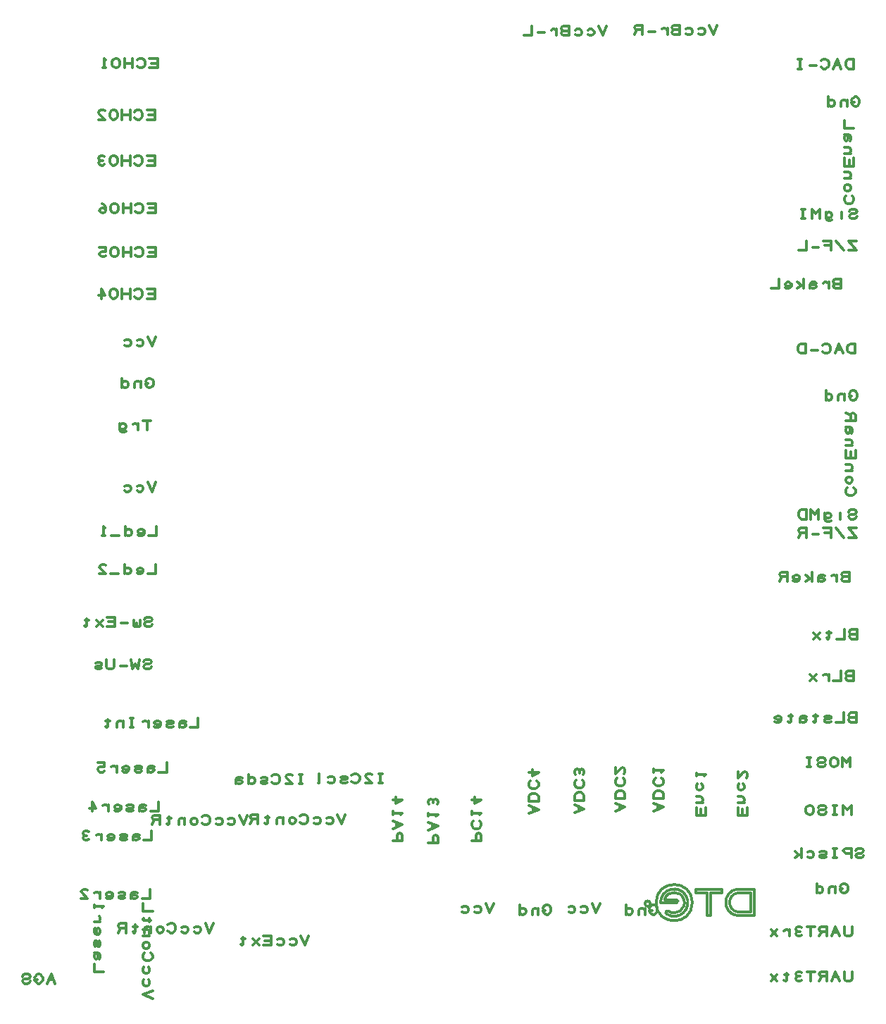
<source format=gbr>
G04 DesignSpark PCB Gerber Version 9.0 Build 5138 *
G04 #@! TF.Part,Single*
G04 #@! TF.FileFunction,Legend,Bot *
G04 #@! TF.FilePolarity,Positive *
%FSLAX35Y35*%
%MOIN*%
%ADD10C,0.01181*%
X0Y0D02*
D02*
D10*
X36864Y15137D02*
X35019Y19566D01*
X33173Y15137*
X36126Y16982D02*
X33911D01*
X28375D02*
X27268D01*
Y16613*
X27637Y15875*
X28006Y15506*
X28744Y15137*
X29482*
X30220Y15506*
X30589Y15875*
X30959Y16613*
Y18090*
X30589Y18828*
X30220Y19197*
X29482Y19566*
X28744*
X28006Y19197*
X27637Y18828*
X27268Y18090*
X25053Y16244D02*
X24684Y15506D01*
X23946Y15137*
X22469*
X21731Y15506*
X21362Y16244*
X21731Y16982*
X22469Y17352*
X23946*
X24684Y17720*
X25053Y18459*
X24684Y19197*
X23946Y19566*
X22469*
X21731Y19197*
X21362Y18459*
X59724Y20722D02*
X55294D01*
Y24413*
X57878Y26628D02*
X58247Y27366D01*
Y28474*
X57878Y29212*
X57140Y29581*
X56033*
X55663Y29212*
X55294Y28474*
Y27735*
X55663Y26997*
X56033Y26628*
X56402*
X56771Y26997*
X57140Y27735*
Y28474*
X56771Y29212*
X56402Y29581*
X56033D02*
X55294D01*
X55663Y32533D02*
X55294Y33272D01*
Y34748*
X55663Y35486*
X56402*
X56771Y34748*
Y33272*
X57140Y32533*
X57878*
X58247Y33272*
Y34748*
X57878Y35486*
X55663Y41392D02*
X55294Y41023D01*
Y40285*
Y39546*
X55663Y38808*
X56402Y38439*
X57509*
X57878Y38808*
X58247Y39546*
Y40285*
X57878Y41023*
X57509Y41392*
X57140*
X56771Y41023*
X56402Y40285*
Y39546*
X56771Y38808*
X57140Y38439*
X55294Y44344D02*
X58247D01*
X57140D02*
X57878Y44714D01*
X58247Y45452*
Y46190*
X57878Y46928*
X55294Y50988D02*
Y52465D01*
Y51726D02*
X59724D01*
X58985Y50988*
X82952Y8124D02*
X78523Y9970D01*
X82952Y11815*
X81106Y16982D02*
X81476Y16244D01*
Y15137*
X81106Y14399*
X80368Y14030*
X79630*
X78892Y14399*
X78523Y15137*
Y16244*
X78892Y16982*
X81106Y22888D02*
X81476Y22150D01*
Y21043*
X81106Y20304*
X80368Y19935*
X79630*
X78892Y20304*
X78523Y21043*
Y22150*
X78892Y22888*
X79261Y29531D02*
X78892Y29163D01*
X78523Y28424*
Y27317*
X78892Y26579*
X79261Y26210*
X79999Y25841*
X81476*
X82214Y26210*
X82583Y26579*
X82952Y27317*
Y28424*
X82583Y29163*
X82214Y29531*
X79630Y31746D02*
X78892Y32115D01*
X78523Y32854*
Y33592*
X78892Y34330*
X79630Y34699*
X80368*
X81106Y34330*
X81476Y33592*
Y32854*
X81106Y32115*
X80368Y31746*
X79630*
X78523Y37652D02*
X81476D01*
X80368D02*
X81106Y38021D01*
X81476Y38759*
Y39497*
X81106Y40235*
X80368Y40604*
X78523*
X81476Y44172D02*
Y45895D01*
X82214Y45033D02*
X78892D01*
X78523Y45403*
Y45772*
X78892Y46141*
X82952Y49463D02*
X78523D01*
Y53154*
X81746Y59724D02*
Y55294D01*
X78055*
X75841Y57878D02*
X75102Y58247D01*
X73995*
X73257Y57878*
X72888Y57140*
Y56033*
X73257Y55663*
X73995Y55294*
X74733*
X75471Y55663*
X75841Y56033*
Y56402*
X75471Y56771*
X74733Y57140*
X73995*
X73257Y56771*
X72888Y56402*
Y56033D02*
Y55294D01*
X69935Y55663D02*
X69197Y55294D01*
X67720*
X66982Y55663*
Y56402*
X67720Y56771*
X69197*
X69935Y57140*
Y57878*
X69197Y58247*
X67720*
X66982Y57878*
X61077Y55663D02*
X61446Y55294D01*
X62184*
X62922*
X63660Y55663*
X64030Y56402*
Y57509*
X63660Y57878*
X62922Y58247*
X62184*
X61446Y57878*
X61077Y57509*
Y57140*
X61446Y56771*
X62184Y56402*
X62922*
X63660Y56771*
X64030Y57140*
X58124Y55294D02*
Y58247D01*
Y57140D02*
X57755Y57878D01*
X57017Y58247*
X56278*
X55540Y57878*
X49266Y55294D02*
X52219D01*
X49635Y57878*
X49266Y58616*
X49635Y59354*
X50373Y59724*
X51480*
X52219Y59354*
X80294Y276948D02*
Y281377D01*
X82140D02*
X78449D01*
X76234Y276948D02*
Y279901D01*
Y278793D02*
X75865Y279531D01*
X75127Y279901*
X74389*
X73650Y279531*
X67376Y278793D02*
X67745Y279531D01*
X68483Y279901*
X69221*
X69959Y279531*
X70329Y278793*
Y278424*
X69959Y277686*
X69221Y277317*
X68483*
X67745Y277686*
X67376Y278424*
Y279901D02*
Y276948D01*
X67745Y276210*
X68483Y275841*
X69591*
X70329Y276210*
X82533Y87283D02*
Y82854D01*
X78843*
X76628Y85437D02*
X75890Y85806D01*
X74782*
X74044Y85437*
X73675Y84699*
Y83592*
X74044Y83222*
X74782Y82854*
X75520*
X76259Y83222*
X76628Y83592*
Y83961*
X76259Y84330*
X75520Y84699*
X74782*
X74044Y84330*
X73675Y83961*
Y83592D02*
Y82854D01*
X70722Y83222D02*
X69984Y82854D01*
X68508*
X67770Y83222*
Y83961*
X68508Y84330*
X69984*
X70722Y84699*
Y85437*
X69984Y85806*
X68508*
X67770Y85437*
X61864Y83222D02*
X62233Y82854D01*
X62971*
X63709*
X64448Y83222*
X64817Y83961*
Y85068*
X64448Y85437*
X63709Y85806*
X62971*
X62233Y85437*
X61864Y85068*
Y84699*
X62233Y84330*
X62971Y83961*
X63709*
X64448Y84330*
X64817Y84699*
X58911Y82854D02*
Y85806D01*
Y84699D02*
X58542Y85437D01*
X57804Y85806*
X57066*
X56328Y85437*
X52637Y83222D02*
X51898Y82854D01*
X51160*
X50422Y83222*
X50053Y83961*
X50422Y84699*
X51160Y85068*
X51898*
X51160D02*
X50422Y85437D01*
X50053Y86175*
X50422Y86913*
X51160Y87283*
X51898*
X52637Y86913*
X82533Y165063D02*
X82164Y164325D01*
X81426Y163956*
X79950*
X79211Y164325*
X78843Y165063*
X79211Y165801*
X79950Y166170*
X81426*
X82164Y166539*
X82533Y167278*
X82164Y168016*
X81426Y168385*
X79950*
X79211Y168016*
X78843Y167278*
X76628Y168385D02*
X76259Y163956D01*
X74782Y166170*
X73306Y163956*
X72937Y168385*
X70722Y165432D02*
X67770D01*
X64817Y168385D02*
Y165063D01*
X64448Y164325*
X63709Y163956*
X62233*
X61495Y164325*
X61126Y165063*
Y168385*
X58911Y164325D02*
X58173Y163956D01*
X56697*
X55959Y164325*
Y165063*
X56697Y165432*
X58173*
X58911Y165801*
Y166539*
X58173Y166909*
X56697*
X55959Y166539*
X82927Y185142D02*
X82558Y184404D01*
X81820Y184035*
X80343*
X79605Y184404*
X79236Y185142*
X79605Y185880*
X80343Y186249*
X81820*
X82558Y186618*
X82927Y187356*
X82558Y188094*
X81820Y188464*
X80343*
X79605Y188094*
X79236Y187356*
X77022Y186987D02*
Y184404D01*
X76652Y184035*
X75914*
X75545Y184404*
Y185511*
Y184404D02*
X75176Y184035D01*
X74438*
X74069Y184404*
Y186987*
X71116Y185511D02*
X68163D01*
X65211Y184035D02*
Y188464D01*
X61520*
X62258Y186249D02*
X65211D01*
Y184035D02*
X61520D01*
X59305D02*
X56352Y186987D01*
Y184035D02*
X59305Y186987D01*
X52784D02*
X51062D01*
X51923Y187726D02*
Y184404D01*
X51554Y184035*
X51185*
X50816Y184404*
X80737Y298872D02*
X79630D01*
Y298503*
X79999Y297765*
X80368Y297396*
X81106Y297027*
X81844*
X82583Y297396*
X82952Y297765*
X83321Y298503*
Y299980*
X82952Y300718*
X82583Y301087*
X81844Y301456*
X81106*
X80368Y301087*
X79999Y300718*
X79630Y299980*
X77415Y297027D02*
Y299980D01*
Y298872D02*
X77046Y299610D01*
X76308Y299980*
X75570*
X74831Y299610*
X74463Y298872*
Y297027*
X68557Y298872D02*
X68926Y299610D01*
X69664Y299980*
X70402*
X71141Y299610*
X71510Y298872*
Y298134*
X71141Y297396*
X70402Y297027*
X69664*
X68926Y297396*
X68557Y298134*
Y297027D02*
Y301456D01*
X84108Y339153D02*
Y343582D01*
X80417*
X81156Y341367D02*
X84108D01*
Y339153D02*
X80417D01*
X74512Y339891D02*
X74881Y339522D01*
X75619Y339153*
X76726*
X77465Y339522*
X77833Y339891*
X78203Y340629*
Y342106*
X77833Y342844*
X77465Y343213*
X76726Y343582*
X75619*
X74881Y343213*
X74512Y342844*
X72297Y339153D02*
Y343582D01*
Y341367D02*
X68606D01*
Y339153D02*
Y343582D01*
X66392Y340629D02*
Y342106D01*
X66022Y342844*
X65654Y343213*
X64915Y343582*
X64177*
X63439Y343213*
X63070Y342844*
X62701Y342106*
Y340629*
X63070Y339891*
X63439Y339522*
X64177Y339153*
X64915*
X65654Y339522*
X66022Y339891*
X66392Y340629*
X58641Y339153D02*
Y343582D01*
X60486Y340629*
X57533*
X84108Y402145D02*
Y406574D01*
X80417*
X81156Y404359D02*
X84108D01*
Y402145D02*
X80417D01*
X74512Y402883D02*
X74881Y402514D01*
X75619Y402145*
X76726*
X77465Y402514*
X77833Y402883*
X78203Y403621*
Y405098*
X77833Y405836*
X77465Y406205*
X76726Y406574*
X75619*
X74881Y406205*
X74512Y405836*
X72297Y402145D02*
Y406574D01*
Y404359D02*
X68606D01*
Y402145D02*
Y406574D01*
X66392Y403621D02*
Y405098D01*
X66022Y405836*
X65654Y406205*
X64915Y406574*
X64177*
X63439Y406205*
X63070Y405836*
X62701Y405098*
Y403621*
X63070Y402883*
X63439Y402514*
X64177Y402145*
X64915*
X65654Y402514*
X66022Y402883*
X66392Y403621*
X60117Y402514D02*
X59379Y402145D01*
X58641*
X57902Y402514*
X57533Y403252*
X57902Y403990*
X58641Y404359*
X59379*
X58641D02*
X57902Y404728D01*
X57533Y405467*
X57902Y406205*
X58641Y406574*
X59379*
X60117Y406205*
X84108Y423798D02*
Y428228D01*
X80417*
X81156Y426013D02*
X84108D01*
Y423798D02*
X80417D01*
X74512Y424537D02*
X74881Y424167D01*
X75619Y423798*
X76726*
X77465Y424167*
X77833Y424537*
X78203Y425275*
Y426751*
X77833Y427489*
X77465Y427858*
X76726Y428228*
X75619*
X74881Y427858*
X74512Y427489*
X72297Y423798D02*
Y428228D01*
Y426013D02*
X68606D01*
Y423798D02*
Y428228D01*
X66392Y425275D02*
Y426751D01*
X66022Y427489*
X65654Y427858*
X64915Y428228*
X64177*
X63439Y427858*
X63070Y427489*
X62701Y426751*
Y425275*
X63070Y424537*
X63439Y424167*
X64177Y423798*
X64915*
X65654Y424167*
X66022Y424537*
X66392Y425275*
X57533Y423798D02*
X60486D01*
X57902Y426382*
X57533Y427120*
X57902Y427858*
X58641Y428228*
X59748*
X60486Y427858*
X84502Y213267D02*
Y208838D01*
X80811*
X75644Y209207D02*
X76013Y208838D01*
X76751*
X77489*
X78227Y209207*
X78596Y209945*
Y211052*
X78227Y211421*
X77489Y211791*
X76751*
X76013Y211421*
X75644Y211052*
Y210683*
X76013Y210314*
X76751Y209945*
X77489*
X78227Y210314*
X78596Y210683*
X69738D02*
X70107Y211421D01*
X70845Y211791*
X71583*
X72322Y211421*
X72691Y210683*
Y209945*
X72322Y209207*
X71583Y208838*
X70845*
X70107Y209207*
X69738Y209945*
Y208838D02*
Y213267D01*
X66785Y208838D02*
X63094D01*
X57927D02*
X60880D01*
X58296Y211421*
X57927Y212159*
X58296Y212898*
X59034Y213267*
X60142*
X60880Y212898*
X84502Y252243D02*
X82656Y247814D01*
X80811Y252243*
X75644Y250398D02*
X76382Y250767D01*
X77489*
X78227Y250398*
X78596Y249659*
Y248921*
X78227Y248183*
X77489Y247814*
X76382*
X75644Y248183*
X69738Y250398D02*
X70476Y250767D01*
X71583*
X72322Y250398*
X72691Y249659*
Y248921*
X72322Y248183*
X71583Y247814*
X70476*
X69738Y248183*
X84502Y321141D02*
X82656Y316712D01*
X80811Y321141*
X75644Y319295D02*
X76382Y319665D01*
X77489*
X78227Y319295*
X78596Y318557*
Y317819*
X78227Y317081*
X77489Y316712*
X76382*
X75644Y317081*
X69738Y319295D02*
X70476Y319665D01*
X71583*
X72322Y319295*
X72691Y318557*
Y317819*
X72322Y317081*
X71583Y316712*
X70476*
X69738Y317081*
X84502Y358838D02*
Y363267D01*
X80811*
X81549Y361052D02*
X84502D01*
Y358838D02*
X80811D01*
X74906Y359576D02*
X75274Y359207D01*
X76013Y358838*
X77120*
X77858Y359207*
X78227Y359576*
X78596Y360314*
Y361791*
X78227Y362529*
X77858Y362898*
X77120Y363267*
X76013*
X75274Y362898*
X74906Y362529*
X72691Y358838D02*
Y363267D01*
Y361052D02*
X69000D01*
Y358838D02*
Y363267D01*
X66785Y360314D02*
Y361791D01*
X66416Y362529*
X66047Y362898*
X65309Y363267*
X64571*
X63833Y362898*
X63463Y362529*
X63094Y361791*
Y360314*
X63463Y359576*
X63833Y359207*
X64571Y358838*
X65309*
X66047Y359207*
X66416Y359576*
X66785Y360314*
X60880Y359207D02*
X60142Y358838D01*
X59034*
X58296Y359207*
X57927Y359945*
Y360314*
X58296Y361052*
X59034Y361421*
X60880*
Y363267*
X57927*
X84502Y379704D02*
Y384133D01*
X80811*
X81549Y381919D02*
X84502D01*
Y379704D02*
X80811D01*
X74906Y380442D02*
X75274Y380073D01*
X76013Y379704*
X77120*
X77858Y380073*
X78227Y380442*
X78596Y381180*
Y382657*
X78227Y383395*
X77858Y383764*
X77120Y384133*
X76013*
X75274Y383764*
X74906Y383395*
X72691Y379704D02*
Y384133D01*
Y381919D02*
X69000D01*
Y379704D02*
Y384133D01*
X66785Y381180D02*
Y382657D01*
X66416Y383395*
X66047Y383764*
X65309Y384133*
X64571*
X63833Y383764*
X63463Y383395*
X63094Y382657*
Y381180*
X63463Y380442*
X63833Y380073*
X64571Y379704*
X65309*
X66047Y380073*
X66416Y380442*
X66785Y381180*
X60880Y380811D02*
X60511Y381549D01*
X59772Y381919*
X59034*
X58296Y381549*
X57927Y380811*
X58296Y380073*
X59034Y379704*
X59772*
X60511Y380073*
X60880Y380811*
Y381919*
X60511Y383026*
X59772Y383764*
X59034Y384133*
X84896Y231377D02*
Y226948D01*
X81205*
X76037Y227317D02*
X76406Y226948D01*
X77144*
X77883*
X78621Y227317*
X78990Y228055*
Y229163*
X78621Y229531*
X77883Y229901*
X77144*
X76406Y229531*
X76037Y229163*
Y228793*
X76406Y228424*
X77144Y228055*
X77883*
X78621Y228424*
X78990Y228793*
X70132D02*
X70501Y229531D01*
X71239Y229901*
X71977*
X72715Y229531*
X73085Y228793*
Y228055*
X72715Y227317*
X71977Y226948*
X71239*
X70501Y227317*
X70132Y228055*
Y226948D02*
Y231377D01*
X67179Y226948D02*
X63488D01*
X60535D02*
X59059D01*
X59797D02*
Y231377D01*
X60535Y230639*
X85289Y448208D02*
Y452637D01*
X81598*
X82337Y450422D02*
X85289D01*
Y448208D02*
X81598D01*
X75693Y448946D02*
X76062Y448577D01*
X76800Y448208*
X77907*
X78646Y448577*
X79015Y448946*
X79384Y449684*
Y451161*
X79015Y451899*
X78646Y452268*
X77907Y452637*
X76800*
X76062Y452268*
X75693Y451899*
X73478Y448208D02*
Y452637D01*
Y450422D02*
X69787D01*
Y448208D02*
Y452637D01*
X67573Y449684D02*
Y451161D01*
X67204Y451899*
X66835Y452268*
X66096Y452637*
X65358*
X64620Y452268*
X64251Y451899*
X63882Y451161*
Y449684*
X64251Y448946*
X64620Y448577*
X65358Y448208*
X66096*
X66835Y448577*
X67204Y448946*
X67573Y449684*
X60929Y448208D02*
X59453D01*
X60191D02*
Y452637D01*
X60929Y451899*
X85683Y101062D02*
Y96633D01*
X81992*
X79778Y99217D02*
X79039Y99586D01*
X77932*
X77194Y99217*
X76825Y98478*
Y97371*
X77194Y97002*
X77932Y96633*
X78670*
X79408Y97002*
X79778Y97371*
Y97740*
X79408Y98109*
X78670Y98478*
X77932*
X77194Y98109*
X76825Y97740*
Y97371D02*
Y96633D01*
X73872Y97002D02*
X73134Y96633D01*
X71657*
X70919Y97002*
Y97740*
X71657Y98109*
X73134*
X73872Y98478*
Y99217*
X73134Y99586*
X71657*
X70919Y99217*
X65014Y97002D02*
X65383Y96633D01*
X66121*
X66859*
X67597Y97002*
X67967Y97740*
Y98848*
X67597Y99217*
X66859Y99586*
X66121*
X65383Y99217*
X65014Y98848*
Y98478*
X65383Y98109*
X66121Y97740*
X66859*
X67597Y98109*
X67967Y98478*
X62061Y96633D02*
Y99586D01*
Y98478D02*
X61692Y99217D01*
X60954Y99586*
X60215*
X59477Y99217*
X54310Y96633D02*
Y101062D01*
X56156Y98109*
X53203*
X89620Y119566D02*
Y115137D01*
X85929*
X83715Y117720D02*
X82976Y118090D01*
X81869*
X81131Y117720*
X80762Y116982*
Y115875*
X81131Y115506*
X81869Y115137*
X82607*
X83345Y115506*
X83715Y115875*
Y116244*
X83345Y116613*
X82607Y116982*
X81869*
X81131Y116613*
X80762Y116244*
Y115875D02*
Y115137D01*
X77809Y115506D02*
X77071Y115137D01*
X75594*
X74856Y115506*
Y116244*
X75594Y116613*
X77071*
X77809Y116982*
Y117720*
X77071Y118090*
X75594*
X74856Y117720*
X68951Y115506D02*
X69320Y115137D01*
X70058*
X70796*
X71534Y115506*
X71904Y116244*
Y117352*
X71534Y117720*
X70796Y118090*
X70058*
X69320Y117720*
X68951Y117352*
Y116982*
X69320Y116613*
X70058Y116244*
X70796*
X71534Y116613*
X71904Y116982*
X65998Y115137D02*
Y118090D01*
Y116982D02*
X65629Y117720D01*
X64891Y118090*
X64152*
X63414Y117720*
X60093Y115506D02*
X59354Y115137D01*
X58247*
X57509Y115506*
X57140Y116244*
Y116613*
X57509Y117352*
X58247Y117720*
X60093*
Y119566*
X57140*
X104581Y140826D02*
Y136397D01*
X100890*
X98675Y138980D02*
X97937Y139350D01*
X96830*
X96091Y138980*
X95722Y138242*
Y137135*
X96091Y136766*
X96830Y136397*
X97568*
X98306Y136766*
X98675Y137135*
Y137504*
X98306Y137873*
X97568Y138242*
X96830*
X96091Y137873*
X95722Y137504*
Y137135D02*
Y136397D01*
X92770Y136766D02*
X92031Y136397D01*
X90555*
X89817Y136766*
Y137504*
X90555Y137873*
X92031*
X92770Y138242*
Y138980*
X92031Y139350*
X90555*
X89817Y138980*
X83911Y136766D02*
X84280Y136397D01*
X85019*
X85757*
X86495Y136766*
X86864Y137504*
Y138611*
X86495Y138980*
X85757Y139350*
X85019*
X84280Y138980*
X83911Y138611*
Y138242*
X84280Y137873*
X85019Y137504*
X85757*
X86495Y137873*
X86864Y138242*
X80959Y136397D02*
Y139350D01*
Y138242D02*
X80589Y138980D01*
X79851Y139350*
X79113*
X78375Y138980*
X73946Y136397D02*
X72469D01*
X73207D02*
Y140826D01*
X73946D02*
X72469D01*
X69148Y136397D02*
Y139350D01*
Y138242D02*
X68778Y138980D01*
X68040Y139350*
X67302*
X66564Y138980*
X66195Y138242*
Y136397*
X62627Y139350D02*
X60904D01*
X61766Y140088D02*
Y136766D01*
X61396Y136397*
X61028*
X60658Y136766*
X111667Y43582D02*
X109822Y39153D01*
X107976Y43582*
X102809Y41736D02*
X103547Y42106D01*
X104654*
X105393Y41736*
X105762Y40998*
Y40260*
X105393Y39522*
X104654Y39153*
X103547*
X102809Y39522*
X96904Y41736D02*
X97642Y42106D01*
X98749*
X99487Y41736*
X99856Y40998*
Y40260*
X99487Y39522*
X98749Y39153*
X97642*
X96904Y39522*
X90260Y39891D02*
X90629Y39522D01*
X91367Y39153*
X92474*
X93213Y39522*
X93581Y39891*
X93951Y40629*
Y42106*
X93581Y42844*
X93213Y43213*
X92474Y43582*
X91367*
X90629Y43213*
X90260Y42844*
X88045Y40260D02*
X87676Y39522D01*
X86938Y39153*
X86200*
X85461Y39522*
X85093Y40260*
Y40998*
X85461Y41736*
X86200Y42106*
X86938*
X87676Y41736*
X88045Y40998*
Y40260*
X82140Y39153D02*
Y42106D01*
Y40998D02*
X81770Y41736D01*
X81032Y42106*
X80294*
X79556Y41736*
X79187Y40998*
Y39153*
X75619Y42106D02*
X73896D01*
X74758Y42844D02*
Y39522D01*
X74389Y39153*
X74020*
X73650Y39522*
X70329Y39153D02*
Y43582D01*
X67745*
X67007Y43213*
X66638Y42474*
X67007Y41736*
X67745Y41367*
X70329*
X67745D02*
X66638Y39153D01*
X127809Y94763D02*
X125963Y90334D01*
X124118Y94763*
X118951Y92917D02*
X119689Y93287D01*
X120796*
X121534Y92917*
X121904Y92179*
Y91441*
X121534Y90703*
X120796Y90334*
X119689*
X118951Y90703*
X113045Y92917D02*
X113783Y93287D01*
X114891*
X115629Y92917*
X115998Y92179*
Y91441*
X115629Y90703*
X114891Y90334*
X113783*
X113045Y90703*
X106402Y91072D02*
X106770Y90703D01*
X107509Y90334*
X108616*
X109354Y90703*
X109723Y91072*
X110093Y91810*
Y93287*
X109723Y94025*
X109354Y94394*
X108616Y94763*
X107509*
X106770Y94394*
X106402Y94025*
X104187Y91441D02*
X103818Y90703D01*
X103080Y90334*
X102341*
X101603Y90703*
X101234Y91441*
Y92179*
X101603Y92917*
X102341Y93287*
X103080*
X103818Y92917*
X104187Y92179*
Y91441*
X98281Y90334D02*
Y93287D01*
Y92179D02*
X97912Y92917D01*
X97174Y93287*
X96436*
X95698Y92917*
X95329Y92179*
Y90334*
X91761Y93287D02*
X90038D01*
X90900Y94025D02*
Y90703D01*
X90530Y90334*
X90161*
X89792Y90703*
X86470Y90334D02*
Y94763D01*
X83887*
X83148Y94394*
X82780Y93656*
X83148Y92917*
X83887Y92548*
X86470*
X83887D02*
X82780Y90334D01*
X153867Y109625D02*
X152391D01*
X153129D02*
Y114054D01*
X153867D02*
X152391D01*
X146116Y109625D02*
X149069D01*
X146485Y112209*
X146116Y112947*
X146485Y113685*
X147223Y114054*
X148331*
X149069Y113685*
X139472Y110363D02*
X139841Y109994D01*
X140580Y109625*
X141687*
X142425Y109994*
X142794Y110363*
X143163Y111102*
Y112578*
X142794Y113316*
X142425Y113685*
X141687Y114054*
X140580*
X139841Y113685*
X139472Y113316*
X137258Y109994D02*
X136520Y109625D01*
X135043*
X134305Y109994*
Y110732*
X135043Y111102*
X136520*
X137258Y111470*
Y112209*
X136520Y112578*
X135043*
X134305Y112209*
X128400Y111470D02*
X128769Y112209D01*
X129507Y112578*
X130245*
X130983Y112209*
X131352Y111470*
Y110732*
X130983Y109994*
X130245Y109625*
X129507*
X128769Y109994*
X128400Y110732*
Y109625D02*
Y114054D01*
X125447Y112209D02*
X124709Y112578D01*
X123601*
X122863Y112209*
X122494Y111470*
Y110363*
X122863Y109994*
X123601Y109625*
X124339*
X125078Y109994*
X125447Y110363*
Y110732*
X125078Y111102*
X124339Y111470*
X123601*
X122863Y111102*
X122494Y110732*
Y110363D02*
Y109625D01*
X156943Y37676D02*
X155097Y33247D01*
X153252Y37676*
X148085Y35831D02*
X148823Y36200D01*
X149930*
X150668Y35831*
X151037Y35093*
Y34354*
X150668Y33616*
X149930Y33247*
X148823*
X148085Y33616*
X142179Y35831D02*
X142917Y36200D01*
X144024*
X144763Y35831*
X145132Y35093*
Y34354*
X144763Y33616*
X144024Y33247*
X142917*
X142179Y33616*
X139226Y33247D02*
Y37676D01*
X135535*
X136274Y35462D02*
X139226D01*
Y33247D02*
X135535D01*
X133321D02*
X130368Y36200D01*
Y33247D02*
X133321Y36200D01*
X126800D02*
X125078D01*
X125939Y36938D02*
Y33616D01*
X125570Y33247*
X125201*
X124831Y33616*
X174266Y95157D02*
X172420Y90728D01*
X170575Y95157*
X165407Y93311D02*
X166146Y93680D01*
X167253*
X167991Y93311*
X168360Y92573*
Y91835*
X167991Y91096*
X167253Y90728*
X166146*
X165407Y91096*
X159502Y93311D02*
X160240Y93680D01*
X161347*
X162085Y93311*
X162455Y92573*
Y91835*
X162085Y91096*
X161347Y90728*
X160240*
X159502Y91096*
X152858Y91466D02*
X153227Y91096D01*
X153965Y90728*
X155073*
X155811Y91096*
X156180Y91466*
X156549Y92204*
Y93680*
X156180Y94419*
X155811Y94787*
X155073Y95157*
X153965*
X153227Y94787*
X152858Y94419*
X150644Y91835D02*
X150274Y91096D01*
X149536Y90728*
X148798*
X148060Y91096*
X147691Y91835*
Y92573*
X148060Y93311*
X148798Y93680*
X149536*
X150274Y93311*
X150644Y92573*
Y91835*
X144738Y90728D02*
Y93680D01*
Y92573D02*
X144369Y93311D01*
X143631Y93680*
X142893*
X142154Y93311*
X141785Y92573*
Y90728*
X138217Y93680D02*
X136495D01*
X137356Y94419D02*
Y91096D01*
X136987Y90728*
X136618*
X136249Y91096*
X132927Y90728D02*
Y95157D01*
X130343*
X129605Y94787*
X129236Y94049*
X129605Y93311*
X130343Y92942*
X132927*
X130343D02*
X129236Y90728D01*
X191662Y110019D02*
X190186D01*
X190924D02*
Y114448D01*
X191662D02*
X190186D01*
X183911Y110019D02*
X186864D01*
X184280Y112602*
X183911Y113341*
X184280Y114079*
X185019Y114448*
X186126*
X186864Y114079*
X177268Y110757D02*
X177637Y110388D01*
X178375Y110019*
X179482*
X180220Y110388*
X180589Y110757*
X180959Y111495*
Y112972*
X180589Y113710*
X180220Y114079*
X179482Y114448*
X178375*
X177637Y114079*
X177268Y113710*
X175053Y110388D02*
X174315Y110019D01*
X172839*
X172100Y110388*
Y111126*
X172839Y111495*
X174315*
X175053Y111864*
Y112602*
X174315Y112972*
X172839*
X172100Y112602*
X166195D02*
X166933Y112972D01*
X168040*
X168778Y112602*
X169148Y111864*
Y111126*
X168778Y110388*
X168040Y110019*
X166933*
X166195Y110388*
X161396Y110019D02*
X161766D01*
Y114448*
X196633Y82533D02*
X201062D01*
Y85117*
X200693Y85856*
X199955Y86224*
X199217Y85856*
X198848Y85117*
Y82533*
X196633Y88439D02*
X201062Y90285D01*
X196633Y92130*
X198478Y89177D02*
Y91392D01*
X196633Y95083D02*
Y96559D01*
Y95821D02*
X201062D01*
X200324Y95083*
X196633Y102096D02*
X201062D01*
X198109Y100250*
Y103203*
X213562Y81746D02*
X217991D01*
Y84330*
X217622Y85068*
X216884Y85437*
X216146Y85068*
X215777Y84330*
Y81746*
X213562Y87652D02*
X217991Y89497D01*
X213562Y91343*
X215407Y88390D02*
Y90604D01*
X213562Y94295D02*
Y95772D01*
Y95033D02*
X217991D01*
X217253Y94295*
X213931Y99832D02*
X213562Y100570D01*
Y101308*
X213931Y102046*
X214669Y102415*
X215407Y102046*
X215777Y101308*
Y100570*
Y101308D02*
X216146Y102046D01*
X216884Y102415*
X217622Y102046*
X217991Y101308*
Y100570*
X217622Y99832*
X234035Y82533D02*
X238464D01*
Y85117*
X238094Y85856*
X237356Y86224*
X236618Y85856*
X236249Y85117*
Y82533*
X234773Y92130D02*
X234404Y91761D01*
X234035Y91023*
Y89915*
X234404Y89177*
X234773Y88808*
X235511Y88439*
X236987*
X237726Y88808*
X238094Y89177*
X238464Y89915*
Y91023*
X238094Y91761*
X237726Y92130*
X234035Y95083D02*
Y96559D01*
Y95821D02*
X238464D01*
X237726Y95083*
X234035Y102096D02*
X238464D01*
X235511Y100250*
Y103203*
X244344Y53031D02*
X242499Y48602D01*
X240654Y53031*
X235486Y51185D02*
X236224Y51554D01*
X237331*
X238070Y51185*
X238439Y50447*
Y49709*
X238070Y48970*
X237331Y48602*
X236224*
X235486Y48970*
X229581Y51185D02*
X230319Y51554D01*
X231426*
X232164Y51185*
X232533Y50447*
Y49709*
X232164Y48970*
X231426Y48602*
X230319*
X229581Y48970*
X261200Y95526D02*
X265629Y97371D01*
X261200Y99217*
X263045Y96264D02*
Y98478D01*
X261200Y101431D02*
X265629D01*
Y103646*
X265260Y104384*
X264891Y104753*
X264153Y105122*
X262676*
X261938Y104753*
X261569Y104384*
X261200Y103646*
Y101431*
X261938Y111028D02*
X261569Y110659D01*
X261200Y109920*
Y108813*
X261569Y108075*
X261938Y107706*
X262676Y107337*
X264153*
X264891Y107706*
X265260Y108075*
X265629Y108813*
Y109920*
X265260Y110659*
X264891Y111028*
X261200Y115088D02*
X265629D01*
X262676Y113242*
Y116195*
X268926Y49659D02*
X267819D01*
Y49291*
X268188Y48552*
X268557Y48183*
X269295Y47814*
X270033*
X270772Y48183*
X271141Y48552*
X271510Y49291*
Y50767*
X271141Y51505*
X270772Y51874*
X270033Y52243*
X269295*
X268557Y51874*
X268188Y51505*
X267819Y50767*
X265604Y47814D02*
Y50767D01*
Y49659D02*
X265235Y50398D01*
X264497Y50767*
X263759*
X263020Y50398*
X262652Y49659*
Y47814*
X256746Y49659D02*
X257115Y50398D01*
X257853Y50767*
X258591*
X259330Y50398*
X259699Y49659*
Y48921*
X259330Y48183*
X258591Y47814*
X257853*
X257115Y48183*
X256746Y48921*
Y47814D02*
Y52243D01*
X282854Y95919D02*
X287283Y97765D01*
X282854Y99610*
X284699Y96657D02*
Y98872D01*
X282854Y101825D02*
X287283D01*
Y104039*
X286913Y104778*
X286544Y105147*
X285806Y105516*
X284330*
X283592Y105147*
X283222Y104778*
X282854Y104039*
Y101825*
X283592Y111421D02*
X283222Y111052D01*
X282854Y110314*
Y109207*
X283222Y108469*
X283592Y108100*
X284330Y107730*
X285806*
X286544Y108100*
X286913Y108469*
X287283Y109207*
Y110314*
X286913Y111052*
X286544Y111421*
X283222Y114005D02*
X282854Y114743D01*
Y115481*
X283222Y116220*
X283961Y116589*
X284699Y116220*
X285068Y115481*
Y114743*
Y115481D02*
X285437Y116220D01*
X286175Y116589*
X286913Y116220*
X287283Y115481*
Y114743*
X286913Y114005*
X294738Y53031D02*
X292893Y48602D01*
X291047Y53031*
X285880Y51185D02*
X286618Y51554D01*
X287725*
X288463Y51185*
X288833Y50447*
Y49709*
X288463Y48970*
X287725Y48602*
X286618*
X285880Y48970*
X279974Y51185D02*
X280713Y51554D01*
X281820*
X282558Y51185*
X282927Y50447*
Y49709*
X282558Y48970*
X281820Y48602*
X280713*
X279974Y48970*
X297888Y467991D02*
X296042Y463562D01*
X294197Y467991*
X289030Y466146D02*
X289768Y466515D01*
X290875*
X291613Y466146*
X291982Y465407*
Y464669*
X291613Y463931*
X290875Y463562*
X289768*
X289030Y463931*
X283124Y466146D02*
X283862Y466515D01*
X284969*
X285707Y466146*
X286077Y465407*
Y464669*
X285707Y463931*
X284969Y463562*
X283862*
X283124Y463931*
X277587Y465777D02*
X276849Y465407D01*
X276480Y464669*
X276849Y463931*
X277587Y463562*
X280171*
Y467991*
X277587*
X276849Y467622*
X276480Y466884*
X276849Y466146*
X277587Y465777*
X280171*
X274266Y463562D02*
Y466515D01*
Y465407D02*
X273896Y466146D01*
X273158Y466515*
X272420*
X271682Y466146*
X268360Y465039D02*
X265407D01*
X262455Y467991D02*
Y463562D01*
X258764*
X302145Y96707D02*
X306574Y98552D01*
X302145Y100398*
X303990Y97445D02*
Y99659D01*
X302145Y102612D02*
X306574D01*
Y104827*
X306205Y105565*
X305836Y105934*
X305098Y106303*
X303621*
X302883Y105934*
X302514Y105565*
X302145Y104827*
Y102612*
X302883Y112209D02*
X302514Y111840D01*
X302145Y111102*
Y109994*
X302514Y109256*
X302883Y108887*
X303621Y108518*
X305098*
X305836Y108887*
X306205Y109256*
X306574Y109994*
Y111102*
X306205Y111840*
X305836Y112209*
X302145Y117376D02*
Y114423D01*
X304728Y117007*
X305467Y117376*
X306205Y117007*
X306574Y116269*
Y115161*
X306205Y114423*
X318594Y52966D02*
G75*
G02X316039I-1278D01*
G01*
G75*
G02X318594I1278*
G01*
X320255Y96707D02*
X324684Y98552D01*
X320255Y100398*
X322100Y97445D02*
Y99659D01*
X320255Y102612D02*
X324684D01*
Y104827*
X324315Y105565*
X323946Y105934*
X323208Y106303*
X321731*
X320993Y105934*
X320624Y105565*
X320255Y104827*
Y102612*
X320993Y112209D02*
X320624Y111840D01*
X320255Y111102*
Y109994*
X320624Y109256*
X320993Y108887*
X321731Y108518*
X323208*
X323946Y108887*
X324315Y109256*
X324684Y109994*
Y111102*
X324315Y111840*
X323946Y112209*
X320255Y115161D02*
Y116638D01*
Y115900D02*
X324684D01*
X323946Y115161*
X319320Y49659D02*
X318213D01*
Y49291*
X318581Y48552*
X318951Y48183*
X319689Y47814*
X320427*
X321165Y48183*
X321534Y48552*
X321904Y49291*
Y50767*
X321534Y51505*
X321165Y51874*
X320427Y52243*
X319689*
X318951Y51874*
X318581Y51505*
X318213Y50767*
X315998Y47814D02*
Y50767D01*
Y49659D02*
X315629Y50398D01*
X314891Y50767*
X314152*
X313414Y50398*
X313045Y49659*
Y47814*
X307140Y49659D02*
X307509Y50398D01*
X308247Y50767*
X308985*
X309723Y50398*
X310093Y49659*
Y48921*
X309723Y48183*
X308985Y47814*
X308247*
X307509Y48183*
X307140Y48921*
Y47814D02*
Y52243D01*
X331107Y54702D02*
G75*
G02Y53348J-677D01*
G01*
X323409*
G75*
G02X326251Y48050I6455J52*
G01*
G75*
G02X327150Y49381I450J665*
G01*
G75*
G03X325310Y55065I2714J4018*
G01*
G75*
G03X325560Y54702I257J-91*
G01*
X331107*
X338439Y53400D02*
G75*
G02X321288I-8576D01*
G01*
G75*
G02X338439I8576*
G01*
X340334Y94738D02*
X344763D01*
Y98429*
X342548Y97691D02*
Y94738D01*
X340334D02*
Y98429D01*
Y100644D02*
X343287D01*
X342179D02*
X342917Y101013D01*
X343287Y101751*
Y102489*
X342917Y103228*
X342179Y103596*
X340334*
X342917Y109502D02*
X343287Y108764D01*
Y107657*
X342917Y106919*
X342179Y106549*
X341441*
X340703Y106919*
X340334Y107657*
Y108764*
X340703Y109502*
X340334Y113193D02*
Y114669D01*
Y113931D02*
X344763D01*
X344025Y113193*
X347094Y47216D02*
X345372D01*
Y58057*
X340220*
Y59806*
X352297*
Y58057*
X347094*
Y47216*
X350250Y468385D02*
X348404Y463956D01*
X346559Y468385*
X341392Y466539D02*
X342130Y466909D01*
X343237*
X343975Y466539*
X344344Y465801*
Y465063*
X343975Y464325*
X343237Y463956*
X342130*
X341392Y464325*
X335486Y466539D02*
X336224Y466909D01*
X337331*
X338070Y466539*
X338439Y465801*
Y465063*
X338070Y464325*
X337331Y463956*
X336224*
X335486Y464325*
X329950Y466170D02*
X329211Y465801D01*
X328843Y465063*
X329211Y464325*
X329950Y463956*
X332533*
Y468385*
X329950*
X329211Y468016*
X328843Y467278*
X329211Y466539*
X329950Y466170*
X332533*
X326628Y463956D02*
Y466909D01*
Y465801D02*
X326259Y466539D01*
X325520Y466909*
X324782*
X324044Y466539*
X320722Y465432D02*
X317770D01*
X314817Y463956D02*
Y468385D01*
X312233*
X311495Y468016*
X311126Y467278*
X311495Y466539*
X312233Y466170*
X314817*
X312233D02*
X311126Y463956D01*
X360019Y94738D02*
X364448D01*
Y98429*
X362233Y97691D02*
Y94738D01*
X360019D02*
Y98429D01*
Y100644D02*
X362972D01*
X361864D02*
X362602Y101013D01*
X362972Y101751*
Y102489*
X362602Y103228*
X361864Y103596*
X360019*
X362602Y109502D02*
X362972Y108764D01*
Y107657*
X362602Y106919*
X361864Y106549*
X361126*
X360388Y106919*
X360019Y107657*
Y108764*
X360388Y109502*
X360019Y115407D02*
Y112455D01*
X362602Y115039*
X363341Y115407*
X364079Y115039*
X364448Y114300*
Y113193*
X364079Y112455*
X366059Y49003D02*
X360004D01*
G75*
G02Y57996I632J4496*
G01*
X366059*
Y49003*
X367837Y47224D02*
X360004D01*
G75*
G02Y59825I615J6301*
G01*
X367837*
Y47224*
X406328Y346092D02*
X405589Y345722D01*
X405220Y344984*
X405589Y344246*
X406328Y343877*
X408911*
Y348306*
X406328*
X405589Y347937*
X405220Y347199*
X405589Y346461*
X406328Y346092*
X408911*
X403006Y343877D02*
Y346830D01*
Y345722D02*
X402637Y346461D01*
X401898Y346830*
X401160*
X400422Y346461*
X397100D02*
X396362Y346830D01*
X395255*
X394517Y346461*
X394148Y345722*
Y344615*
X394517Y344246*
X395255Y343877*
X395993*
X396731Y344246*
X397100Y344615*
Y344984*
X396731Y345354*
X395993Y345722*
X395255*
X394517Y345354*
X394148Y344984*
Y344615D02*
Y343877D01*
X391195D02*
Y348306D01*
Y345354D02*
X390087D01*
X388242Y346830*
X390087Y345354D02*
X388242Y343877D01*
X382337Y344246D02*
X382706Y343877D01*
X383444*
X384182*
X384920Y344246*
X385289Y344984*
Y346092*
X384920Y346461*
X384182Y346830*
X383444*
X382706Y346461*
X382337Y346092*
Y345722*
X382706Y345354*
X383444Y344984*
X384182*
X384920Y345354*
X385289Y345722*
X379384Y348306D02*
Y343877D01*
X375693*
X411151Y387799D02*
X410781Y387430D01*
X410413Y386692*
Y385585*
X410781Y384846*
X411151Y384478*
X411889Y384108*
X413365*
X414104Y384478*
X414472Y384846*
X414842Y385585*
Y386692*
X414472Y387430*
X414104Y387799*
X411520Y390014D02*
X410781Y390383D01*
X410413Y391121*
Y391859*
X410781Y392598*
X411520Y392967*
X412258*
X412996Y392598*
X413365Y391859*
Y391121*
X412996Y390383*
X412258Y390014*
X411520*
X410413Y395919D02*
X413365D01*
X412258D02*
X412996Y396289D01*
X413365Y397027*
Y397765*
X412996Y398503*
X412258Y398872*
X410413*
Y401825D02*
X414842D01*
Y405516*
X412627Y404778D02*
Y401825D01*
X410413D02*
Y405516D01*
Y407730D02*
X413365D01*
X412258D02*
X412996Y408100D01*
X413365Y408838*
Y409576*
X412996Y410314*
X412258Y410683*
X410413*
X412996Y413636D02*
X413365Y414374D01*
Y415481*
X412996Y416220*
X412258Y416589*
X411151*
X410781Y416220*
X410413Y415481*
Y414743*
X410781Y414005*
X411151Y413636*
X411520*
X411889Y414005*
X412258Y414743*
Y415481*
X411889Y416220*
X411520Y416589*
X411151D02*
X410413D01*
X414842Y419541D02*
X410413D01*
Y423232*
X411938Y249610D02*
X411569Y249241D01*
X411200Y248503*
Y247396*
X411569Y246657*
X411938Y246289*
X412676Y245919*
X414153*
X414891Y246289*
X415260Y246657*
X415629Y247396*
Y248503*
X415260Y249241*
X414891Y249610*
X412307Y251825D02*
X411569Y252194D01*
X411200Y252932*
Y253670*
X411569Y254409*
X412307Y254778*
X413045*
X413783Y254409*
X414153Y253670*
Y252932*
X413783Y252194*
X413045Y251825*
X412307*
X411200Y257730D02*
X414153D01*
X413045D02*
X413783Y258100D01*
X414153Y258838*
Y259576*
X413783Y260314*
X413045Y260683*
X411200*
Y263636D02*
X415629D01*
Y267327*
X413415Y266589D02*
Y263636D01*
X411200D02*
Y267327D01*
Y269541D02*
X414153D01*
X413045D02*
X413783Y269911D01*
X414153Y270649*
Y271387*
X413783Y272125*
X413045Y272494*
X411200*
X413783Y275447D02*
X414153Y276185D01*
Y277293*
X413783Y278031*
X413045Y278400*
X411938*
X411569Y278031*
X411200Y277293*
Y276554*
X411569Y275816*
X411938Y275447*
X412307*
X412676Y275816*
X413045Y276554*
Y277293*
X412676Y278031*
X412307Y278400*
X411938D02*
X411200D01*
Y281352D02*
X415629D01*
Y283936*
X415260Y284674*
X414522Y285043*
X413783Y284674*
X413415Y283936*
Y281352*
Y283936D02*
X411200Y285043D01*
X409477Y59896D02*
X408370D01*
Y59527*
X408739Y58789*
X409108Y58419*
X409846Y58050*
X410585*
X411323Y58419*
X411692Y58789*
X412061Y59527*
Y61003*
X411692Y61741*
X411323Y62110*
X410585Y62480*
X409846*
X409108Y62110*
X408739Y61741*
X408370Y61003*
X406156Y58050D02*
Y61003D01*
Y59896D02*
X405786Y60634D01*
X405048Y61003*
X404310*
X403572Y60634*
X403203Y59896*
Y58050*
X397297Y59896D02*
X397666Y60634D01*
X398404Y61003*
X399143*
X399881Y60634*
X400250Y59896*
Y59157*
X399881Y58419*
X399143Y58050*
X398404*
X397666Y58419*
X397297Y59157*
Y58050D02*
Y62480D01*
X410265Y207509D02*
X409526Y207140D01*
X409157Y206402*
X409526Y205663*
X410265Y205294*
X412848*
Y209724*
X410265*
X409526Y209354*
X409157Y208616*
X409526Y207878*
X410265Y207509*
X412848*
X406943Y205294D02*
Y208247D01*
Y207140D02*
X406574Y207878D01*
X405835Y208247*
X405097*
X404359Y207878*
X401037D02*
X400299Y208247D01*
X399192*
X398454Y207878*
X398085Y207140*
Y206033*
X398454Y205663*
X399192Y205294*
X399930*
X400668Y205663*
X401037Y206033*
Y206402*
X400668Y206771*
X399930Y207140*
X399192*
X398454Y206771*
X398085Y206402*
Y206033D02*
Y205294D01*
X395132D02*
Y209724D01*
Y206771D02*
X394024D01*
X392179Y208247*
X394024Y206771D02*
X392179Y205294D01*
X386274Y205663D02*
X386643Y205294D01*
X387381*
X388119*
X388857Y205663*
X389226Y206402*
Y207509*
X388857Y207878*
X388119Y208247*
X387381*
X386643Y207878*
X386274Y207509*
Y207140*
X386643Y206771*
X387381Y206402*
X388119*
X388857Y206771*
X389226Y207140*
X383321Y205294D02*
Y209724D01*
X380737*
X379999Y209354*
X379630Y208616*
X379999Y207878*
X380737Y207509*
X383321*
X380737D02*
X379630Y205294D01*
X413242Y117499D02*
Y121928D01*
X411396Y119714*
X409551Y121928*
Y117499*
X407337Y118976D02*
Y120452D01*
X406967Y121190*
X406598Y121559*
X405860Y121928*
X405122*
X404384Y121559*
X404015Y121190*
X403646Y120452*
Y118976*
X404015Y118237*
X404384Y117868*
X405122Y117499*
X405860*
X406598Y117868*
X406967Y118237*
X407337Y118976*
X401431Y118606D02*
X401062Y117868D01*
X400324Y117499*
X398847*
X398109Y117868*
X397740Y118606*
X398109Y119344*
X398847Y119714*
X400324*
X401062Y120083*
X401431Y120821*
X401062Y121559*
X400324Y121928*
X398847*
X398109Y121559*
X397740Y120821*
X394418Y117499D02*
X392942D01*
X393680D02*
Y121928D01*
X394418D02*
X392942D01*
X413636Y95058D02*
Y99487D01*
X411790Y97273*
X409945Y99487*
Y95058*
X406623D02*
X405146D01*
X405885D02*
Y99487D01*
X406623D02*
X405146D01*
X401825Y96165D02*
X401456Y95427D01*
X400717Y95058*
X399241*
X398503Y95427*
X398134Y96165*
X398503Y96904*
X399241Y97273*
X400717*
X401456Y97642*
X401825Y98380*
X401456Y99118*
X400717Y99487*
X399241*
X398503Y99118*
X398134Y98380*
X395919Y96535D02*
Y98011D01*
X395550Y98749*
X395181Y99118*
X394443Y99487*
X393705*
X392967Y99118*
X392597Y98749*
X392228Y98011*
Y96535*
X392597Y95796*
X392967Y95427*
X393705Y95058*
X394443*
X395181Y95427*
X395550Y95796*
X395919Y96535*
X414030Y20747D02*
Y17425D01*
X413660Y16687*
X412922Y16318*
X411446*
X410707Y16687*
X410339Y17425*
Y20747*
X408124Y16318D02*
X406278Y20747D01*
X404433Y16318*
X407386Y18163D02*
X405171D01*
X402219Y16318D02*
Y20747D01*
X399635*
X398896Y20378*
X398528Y19640*
X398896Y18902*
X399635Y18533*
X402219*
X399635D02*
X398528Y16318D01*
X394467D02*
Y20747D01*
X396313D02*
X392622D01*
X390038Y16687D02*
X389300Y16318D01*
X388562*
X387824Y16687*
X387455Y17425*
X387824Y18163*
X388562Y18533*
X389300*
X388562D02*
X387824Y18902D01*
X387455Y19640*
X387824Y20378*
X388562Y20747*
X389300*
X390038Y20378*
X383887Y19271D02*
X382164D01*
X383026Y20009D02*
Y16687D01*
X382656Y16318*
X382287*
X381918Y16687*
X378596Y16318D02*
X375644Y19271D01*
Y16318D02*
X378596Y19271D01*
X414030Y42007D02*
Y38685D01*
X413660Y37947*
X412922Y37578*
X411446*
X410707Y37947*
X410339Y38685*
Y42007*
X408124Y37578D02*
X406278Y42007D01*
X404433Y37578*
X407386Y39423D02*
X405171D01*
X402219Y37578D02*
Y42007D01*
X399635*
X398896Y41638*
X398528Y40900*
X398896Y40161*
X399635Y39793*
X402219*
X399635D02*
X398528Y37578D01*
X394467D02*
Y42007D01*
X396313D02*
X392622D01*
X390038Y37947D02*
X389300Y37578D01*
X388562*
X387824Y37947*
X387455Y38685*
X387824Y39423*
X388562Y39793*
X389300*
X388562D02*
X387824Y40161D01*
X387455Y40900*
X387824Y41638*
X388562Y42007*
X389300*
X390038Y41638*
X384502Y37578D02*
Y40531D01*
Y39423D02*
X384133Y40161D01*
X383394Y40531*
X382656*
X381918Y40161*
X378596Y37578D02*
X375644Y40531D01*
Y37578D02*
X378596Y40531D01*
X412233Y160659D02*
X411495Y160289D01*
X411126Y159551*
X411495Y158813*
X412233Y158444*
X414817*
Y162873*
X412233*
X411495Y162504*
X411126Y161766*
X411495Y161028*
X412233Y160659*
X414817*
X408911Y162873D02*
Y158444D01*
X405220*
X403006D02*
Y161397D01*
Y160289D02*
X402637Y161028D01*
X401898Y161397*
X401160*
X400422Y161028*
X397100Y158444D02*
X394148Y161397D01*
Y158444D02*
X397100Y161397D01*
X414817Y447814D02*
Y452243D01*
X412602*
X411864Y451874*
X411495Y451505*
X411126Y450767*
Y449291*
X411495Y448552*
X411864Y448183*
X412602Y447814*
X414817*
X408911D02*
X407066Y452243D01*
X405220Y447814*
X408173Y449659D02*
X405959D01*
X399315Y448552D02*
X399684Y448183D01*
X400422Y447814*
X401530*
X402268Y448183*
X402637Y448552*
X403006Y449291*
Y450767*
X402637Y451505*
X402268Y451874*
X401530Y452243*
X400422*
X399684Y451874*
X399315Y451505*
X397100Y449291D02*
X394148D01*
X390087Y447814D02*
X388611D01*
X389349D02*
Y452243D01*
X390087D02*
X388611D01*
X415604Y313169D02*
Y317598D01*
X413390*
X412652Y317228*
X412282Y316859*
X411913Y316121*
Y314645*
X412282Y313907*
X412652Y313537*
X413390Y313169*
X415604*
X409699D02*
X407853Y317598D01*
X406008Y313169*
X408961Y315014D02*
X406746D01*
X400102Y313907D02*
X400471Y313537D01*
X401209Y313169*
X402317*
X403055Y313537*
X403424Y313907*
X403793Y314645*
Y316121*
X403424Y316859*
X403055Y317228*
X402317Y317598*
X401209*
X400471Y317228*
X400102Y316859*
X397888Y314645D02*
X394935D01*
X391982Y313169D02*
Y317598D01*
X389768*
X389030Y317228*
X388660Y316859*
X388291Y316121*
Y314645*
X388660Y313907*
X389030Y313537*
X389768Y313169*
X391982*
X413414Y140974D02*
X412676Y140604D01*
X412307Y139866*
X412676Y139128*
X413414Y138759*
X415998*
Y143188*
X413414*
X412676Y142819*
X412307Y142081*
X412676Y141343*
X413414Y140974*
X415998*
X410093Y143188D02*
Y138759D01*
X406402*
X404187Y139128D02*
X403449Y138759D01*
X401972*
X401234Y139128*
Y139866*
X401972Y140235*
X403449*
X404187Y140604*
Y141343*
X403449Y141712*
X401972*
X401234Y141343*
X397666Y141712D02*
X395944D01*
X396805Y142450D02*
Y139128D01*
X396436Y138759*
X396067*
X395698Y139128*
X392376Y141343D02*
X391638Y141712D01*
X390530*
X389792Y141343*
X389423Y140604*
Y139497*
X389792Y139128*
X390530Y138759*
X391269*
X392007Y139128*
X392376Y139497*
Y139866*
X392007Y140235*
X391269Y140604*
X390530*
X389792Y140235*
X389423Y139866*
Y139497D02*
Y138759D01*
X385855Y141712D02*
X384133D01*
X384994Y142450D02*
Y139128D01*
X384625Y138759*
X384256*
X383887Y139128*
X377612D02*
X377981Y138759D01*
X378719*
X379457*
X380196Y139128*
X380565Y139866*
Y140974*
X380196Y141343*
X379457Y141712*
X378719*
X377981Y141343*
X377612Y140974*
Y140604*
X377981Y140235*
X378719Y139866*
X379457*
X380196Y140235*
X380565Y140604*
X415998Y230590D02*
X412307D01*
X415998Y226161*
X412307*
X410093D02*
X406402Y230590D01*
X404187Y226161D02*
Y230590D01*
X400496*
X401234Y228375D02*
X404187D01*
X398281Y227637D02*
X395329D01*
X392376Y226161D02*
Y230590D01*
X389792*
X389054Y230220*
X388685Y229482*
X389054Y228744*
X389792Y228375*
X392376*
X389792D02*
X388685Y226161D01*
X415998Y235929D02*
X415629Y235191D01*
X414891Y234822*
X413414*
X412676Y235191*
X412307Y235929*
X412676Y236667*
X413414Y237037*
X414891*
X415629Y237406*
X415998Y238144*
X415629Y238882*
X414891Y239251*
X413414*
X412676Y238882*
X412307Y238144*
X408616Y234822D02*
Y237775D01*
Y238882D02*
X401234Y236667*
X401603Y237406D01*
X402341Y237775*
X403080*
X403818Y237406*
X404187Y236667*
Y236298*
X403818Y235560*
X403080Y235191*
X402341*
X401603Y235560*
X401234Y236298*
Y237775D02*
Y234822D01*
X401603Y234084*
X402341Y233715*
X403449*
X404187Y234084*
X398281Y234822D02*
Y239251D01*
X396436Y237037*
X394591Y239251*
Y234822*
X392376D02*
Y239251D01*
X390161*
X389423Y238882*
X389054Y238513*
X388685Y237775*
Y236298*
X389054Y235560*
X389423Y235191*
X390161Y234822*
X392376*
X415998Y366417D02*
X412307D01*
X415998Y361987*
X412307*
X410093D02*
X406402Y366417D01*
X404187Y361987D02*
Y366417D01*
X400496*
X401234Y364202D02*
X404187D01*
X398281Y363464D02*
X395329D01*
X392376Y366417D02*
Y361987D01*
X388685*
X413808Y180344D02*
X413070Y179974D01*
X412701Y179236*
X413070Y178498*
X413808Y178129*
X416392*
Y182558*
X413808*
X413070Y182189*
X412701Y181451*
X413070Y180713*
X413808Y180344*
X416392*
X410486Y182558D02*
Y178129D01*
X406795*
X403965Y181082D02*
X402243D01*
X403104Y181820D02*
Y178498D01*
X402735Y178129*
X402366*
X401997Y178498*
X398675Y178129D02*
X395722Y181082D01*
Y178129D02*
X398675Y181082D01*
X413808Y292967D02*
X412701D01*
Y292598*
X413070Y291859*
X413439Y291490*
X414177Y291121*
X414915*
X415654Y291490*
X416022Y291859*
X416392Y292598*
Y294074*
X416022Y294812*
X415654Y295181*
X414915Y295550*
X414177*
X413439Y295181*
X413070Y294812*
X412701Y294074*
X410486Y291121D02*
Y294074D01*
Y292967D02*
X410117Y293705D01*
X409379Y294074*
X408641*
X407902Y293705*
X407533Y292967*
Y291121*
X401628Y292967D02*
X401997Y293705D01*
X402735Y294074*
X403473*
X404211Y293705*
X404581Y292967*
Y292228*
X404211Y291490*
X403473Y291121*
X402735*
X401997Y291490*
X401628Y292228*
Y291121D02*
Y295550D01*
X416392Y378055D02*
X416022Y377317D01*
X415284Y376948*
X413808*
X413070Y377317*
X412701Y378055*
X413070Y378793*
X413808Y379163*
X415284*
X416022Y379531*
X416392Y380270*
X416022Y381008*
X415284Y381377*
X413808*
X413070Y381008*
X412701Y380270*
X409010Y376948D02*
Y379901D01*
Y381008D02*
X401628Y378793*
X401997Y379531D01*
X402735Y379901*
X403473*
X404211Y379531*
X404581Y378793*
Y378424*
X404211Y377686*
X403473Y377317*
X402735*
X401997Y377686*
X401628Y378424*
Y379901D02*
Y376948D01*
X401997Y376210*
X402735Y375841*
X403843*
X404581Y376210*
X398675Y376948D02*
Y381377D01*
X396830Y379163*
X394984Y381377*
Y376948*
X391662D02*
X390186D01*
X390924D02*
Y381377D01*
X391662D02*
X390186D01*
X414989Y431943D02*
X413882D01*
Y431574*
X414251Y430836*
X414620Y430467*
X415358Y430098*
X416096*
X416835Y430467*
X417204Y430836*
X417573Y431574*
Y433050*
X417204Y433789*
X416835Y434157*
X416096Y434527*
X415358*
X414620Y434157*
X414251Y433789*
X413882Y433050*
X411667Y430098D02*
Y433050D01*
Y431943D02*
X411298Y432681D01*
X410560Y433050*
X409822*
X409083Y432681*
X408715Y431943*
Y430098*
X402809Y431943D02*
X403178Y432681D01*
X403916Y433050*
X404654*
X405393Y432681*
X405762Y431943*
Y431205*
X405393Y430467*
X404654Y430098*
X403916*
X403178Y430467*
X402809Y431205*
Y430098D02*
Y434527D01*
X419541Y75693D02*
X419172Y74955D01*
X418434Y74586*
X416957*
X416219Y74955*
X415850Y75693*
X416219Y76431*
X416957Y76800*
X418434*
X419172Y77169*
X419541Y77907*
X419172Y78646*
X418434Y79015*
X416957*
X416219Y78646*
X415850Y77907*
X413636Y74586D02*
Y79015D01*
X411052*
X410314Y78646*
X409945Y77907*
X410314Y77169*
X411052Y76800*
X413636*
X406623Y74586D02*
X405146D01*
X405885D02*
Y79015D01*
X406623D02*
X405146D01*
X401825Y74955D02*
X401087Y74586D01*
X399610*
X398872Y74955*
Y75693*
X399610Y76062*
X401087*
X401825Y76431*
Y77169*
X401087Y77539*
X399610*
X398872Y77169*
X392967D02*
X393705Y77539D01*
X394812*
X395550Y77169*
X395919Y76431*
Y75693*
X395550Y74955*
X394812Y74586*
X393705*
X392967Y74955*
X390014Y74586D02*
Y79015D01*
Y76062D02*
X388906D01*
X387061Y77539*
X388906Y76062D02*
X387061Y74586D01*
X0Y0D02*
M02*

</source>
